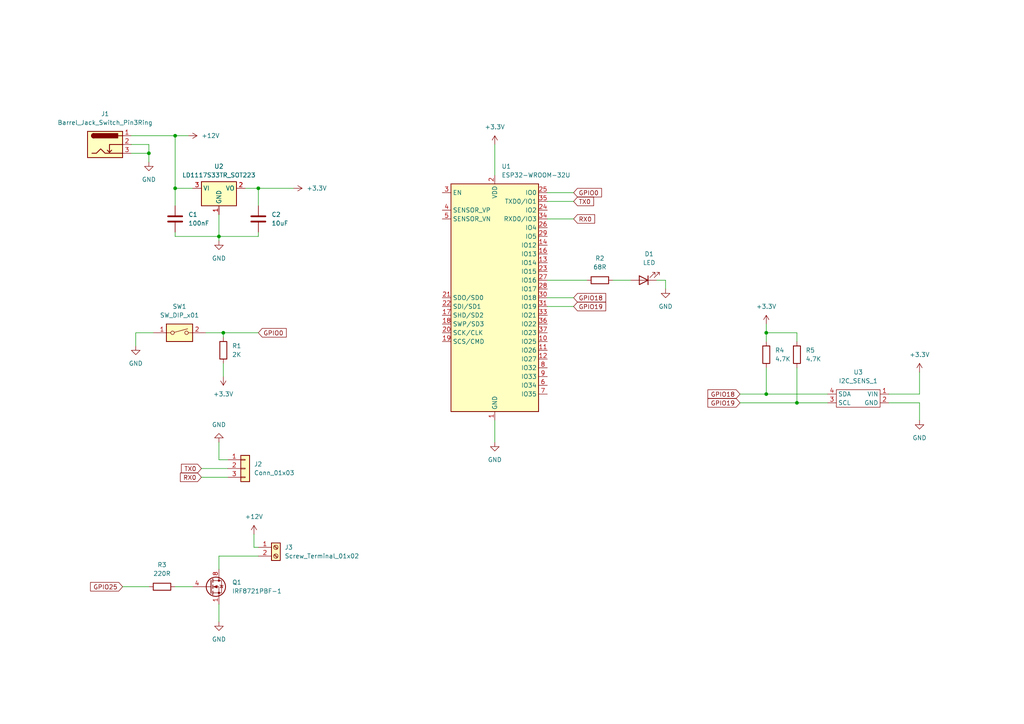
<source format=kicad_sch>
(kicad_sch (version 20230121) (generator eeschema)
  (paper "A4")
  (title_block (title "ESP32 Basic LED Light Controller") (date "2023-08-30") (rev "v01 Rev1.0") (comment 3 "License: N/A") (comment 4 "Author: Brian Ramirez"))
  (lib_symbols
    (symbol "Connector:Barrel_Jack_Switch_Pin3Ring" (pin_names hide)
      (property "Reference" "J" (at 0 5.334 0))
      (property "Value" "Barrel_Jack_Switch_Pin3Ring" (at 0 -5.08 0))
      (symbol "Barrel_Jack_Switch_Pin3Ring_0_1"
        (rectangle (start -5.08 3.81) (end 5.08 -3.81) (stroke (width 0.254)) (fill (type background)))
        (arc (start -3.302 3.175) (mid -3.9343 2.54) (end -3.302 1.905) (stroke (width 0.254)))
        (arc (start -3.302 3.175) (mid -3.9343 2.54) (end -3.302 1.905) (stroke (width 0.254)) (fill (type outline)))
        (polyline (pts (xy 1.27 -2.286) (xy 1.905 -1.651)) (stroke (width 0.254)))
        (polyline (pts (xy 5.08 2.54) (xy 3.81 2.54)) (stroke (width 0.254)))
        (polyline (pts (xy 5.08 0) (xy 1.27 0) (xy 1.27 -2.286) (xy 0.635 -1.651)) (stroke (width 0.254)))
        (polyline (pts (xy -3.81 -2.54) (xy -2.54 -2.54) (xy -1.27 -1.27) (xy 0 -2.54) (xy 2.54 -2.54) (xy 5.08 -2.54)) (stroke (width 0.254)))
        (rectangle (start 3.683 3.175) (end -3.302 1.905) (stroke (width 0.254)) (fill (type outline)))
      )
      (symbol "Barrel_Jack_Switch_Pin3Ring_1_1"
        (pin passive line (at 7.62 2.54 180) (length 2.54) (name "~") (number "1"))
        (pin passive line (at 7.62 0 180) (length 2.54) (name "~") (number "2"))
        (pin passive line (at 7.62 -2.54 180) (length 2.54) (name "~") (number "3"))
      )
    )
    (symbol "Connector:Screw_Terminal_01x02" (pin_names (offset 1.016) hide)
      (property "Reference" "J" (at 0 2.54 0))
      (property "Value" "Screw_Terminal_01x02" (at 0 -5.08 0))
      (symbol "Screw_Terminal_01x02_1_1"
        (rectangle (start -1.27 1.27) (end 1.27 -3.81) (stroke (width 0.254)) (fill (type background)))
        (circle (center 0 -2.54) (radius 0.635) (stroke (width 0.1524)))
        (polyline (pts (xy -0.5334 -2.2098) (xy 0.3302 -3.048)) (stroke (width 0.1524)))
        (polyline (pts (xy -0.5334 0.3302) (xy 0.3302 -0.508)) (stroke (width 0.1524)))
        (polyline (pts (xy -0.3556 -2.032) (xy 0.508 -2.8702)) (stroke (width 0.1524)))
        (polyline (pts (xy -0.3556 0.508) (xy 0.508 -0.3302)) (stroke (width 0.1524)))
        (circle (center 0 0) (radius 0.635) (stroke (width 0.1524)))
        (pin passive line (at -5.08 0 0) (length 3.81) (name "Pin_1") (number "1"))
        (pin passive line (at -5.08 -2.54 0) (length 3.81) (name "Pin_2") (number "2"))
      )
    )
    (symbol "Connector_Generic:Conn_01x03" (pin_names (offset 1.016) hide)
      (property "Reference" "J" (at 0 5.08 0))
      (property "Value" "Conn_01x03" (at 0 -5.08 0))
      (symbol "Conn_01x03_1_1"
        (rectangle (start -1.27 -2.413) (end 0 -2.667) (stroke (width 0.1524)))
        (rectangle (start -1.27 0.127) (end 0 -0.127) (stroke (width 0.1524)))
        (rectangle (start -1.27 2.667) (end 0 2.413) (stroke (width 0.1524)))
        (rectangle (start -1.27 3.81) (end 1.27 -3.81) (stroke (width 0.254)) (fill (type background)))
        (pin passive line (at -5.08 2.54 0) (length 3.81) (name "Pin_1") (number "1"))
        (pin passive line (at -5.08 0 0) (length 3.81) (name "Pin_2") (number "2"))
        (pin passive line (at -5.08 -2.54 0) (length 3.81) (name "Pin_3") (number "3"))
      )
    )
    (symbol "Custom_I2C:I2C_SENS_1"
      (property "Reference" "U" (at -5.08 6.35 0))
      (property "Value" "I2C_SENS_1" (at 0 3.81 0))
      (symbol "I2C_SENS_1_0_1"
        (rectangle (start -6.35 2.54) (end 6.35 -2.54))
      )
      (symbol "I2C_SENS_1_1_1"
        (pin power_in line (at 8.89 1.27 180) (length 2.54) (name "VIN") (number "1"))
        (pin power_in line (at 8.89 -1.27 180) (length 2.54) (name "GND") (number "2"))
        (pin bidirectional line (at -8.89 -1.27 0) (length 2.54) (name "SCL") (number "3"))
        (pin bidirectional line (at -8.89 1.27 0) (length 2.54) (name "SDA") (number "4"))
      )
    )
    (symbol "Device:C" (pin_numbers hide) (pin_names (offset 0.254))
      (property "Reference" "C" (at 0.635 2.54 0))
      (property "Value" "C" (at 0.635 -2.54 0))
      (symbol "C_0_1"
        (polyline (pts (xy -2.032 -0.762) (xy 2.032 -0.762)) (stroke (width 0.508)))
        (polyline (pts (xy -2.032 0.762) (xy 2.032 0.762)) (stroke (width 0.508)))
      )
      (symbol "C_1_1"
        (pin passive line (at 0 3.81 270) (length 2.794) (name "~") (number "1"))
        (pin passive line (at 0 -3.81 90) (length 2.794) (name "~") (number "2"))
      )
    )
    (symbol "Device:LED" (pin_numbers hide) (pin_names (offset 1.016) hide)
      (property "Reference" "D" (at 0 2.54 0))
      (property "Value" "LED" (at 0 -2.54 0))
      (symbol "LED_0_1"
        (polyline (pts (xy -1.27 -1.27) (xy -1.27 1.27)) (stroke (width 0.254)))
        (polyline (pts (xy -1.27 0) (xy 1.27 0)))
        (polyline (pts (xy 1.27 -1.27) (xy 1.27 1.27) (xy -1.27 0) (xy 1.27 -1.27)) (stroke (width 0.254)))
        (polyline (pts (xy -3.048 -0.762) (xy -4.572 -2.286) (xy -3.81 -2.286) (xy -4.572 -2.286) (xy -4.572 -1.524)))
        (polyline (pts (xy -1.778 -0.762) (xy -3.302 -2.286) (xy -2.54 -2.286) (xy -3.302 -2.286) (xy -3.302 -1.524)))
      )
      (symbol "LED_1_1"
        (pin passive line (at -3.81 0 0) (length 2.54) (name "K") (number "1"))
        (pin passive line (at 3.81 0 180) (length 2.54) (name "A") (number "2"))
      )
    )
    (symbol "Device:R" (pin_numbers hide) (pin_names (offset 0))
      (property "Reference" "R" (at 2.032 0 90))
      (property "Value" "R" (at 0 0 90))
      (symbol "R_0_1"
        (rectangle (start -1.016 -2.54) (end 1.016 2.54) (stroke (width 0.254)))
      )
      (symbol "R_1_1"
        (pin passive line (at 0 3.81 270) (length 1.27) (name "~") (number "1"))
        (pin passive line (at 0 -3.81 90) (length 1.27) (name "~") (number "2"))
      )
    )
    (symbol "RF_Module:ESP32-WROOM-32U"
      (property "Reference" "U" (at -12.7 34.29 0))
      (property "Value" "ESP32-WROOM-32U" (at 1.27 34.29 0))
      (symbol "ESP32-WROOM-32U_0_1"
        (rectangle (start -12.7 33.02) (end 12.7 -33.02) (stroke (width 0.254)) (fill (type background)))
      )
      (symbol "ESP32-WROOM-32U_1_1"
        (pin power_in line (at 0 -35.56 90) (length 2.54) (name "GND") (number "1"))
        (pin bidirectional line (at 15.24 -12.7 180) (length 2.54) (name "IO25") (number "10"))
        (pin bidirectional line (at 15.24 -15.24 180) (length 2.54) (name "IO26") (number "11"))
        (pin bidirectional line (at 15.24 -17.78 180) (length 2.54) (name "IO27") (number "12"))
        (pin bidirectional line (at 15.24 10.16 180) (length 2.54) (name "IO14") (number "13"))
        (pin bidirectional line (at 15.24 15.24 180) (length 2.54) (name "IO12") (number "14"))
        (pin passive line (at 0 -35.56 90) (length 2.54) hide (name "GND") (number "15"))
        (pin bidirectional line (at 15.24 12.7 180) (length 2.54) (name "IO13") (number "16"))
        (pin bidirectional line (at -15.24 -5.08 0) (length 2.54) (name "SHD/SD2") (number "17"))
        (pin bidirectional line (at -15.24 -7.62 0) (length 2.54) (name "SWP/SD3") (number "18"))
        (pin bidirectional line (at -15.24 -12.7 0) (length 2.54) (name "SCS/CMD") (number "19"))
        (pin power_in line (at 0 35.56 270) (length 2.54) (name "VDD") (number "2"))
        (pin bidirectional line (at -15.24 -10.16 0) (length 2.54) (name "SCK/CLK") (number "20"))
        (pin bidirectional line (at -15.24 0 0) (length 2.54) (name "SDO/SD0") (number "21"))
        (pin bidirectional line (at -15.24 -2.54 0) (length 2.54) (name "SDI/SD1") (number "22"))
        (pin bidirectional line (at 15.24 7.62 180) (length 2.54) (name "IO15") (number "23"))
        (pin bidirectional line (at 15.24 25.4 180) (length 2.54) (name "IO2") (number "24"))
        (pin bidirectional line (at 15.24 30.48 180) (length 2.54) (name "IO0") (number "25"))
        (pin bidirectional line (at 15.24 20.32 180) (length 2.54) (name "IO4") (number "26"))
        (pin bidirectional line (at 15.24 5.08 180) (length 2.54) (name "IO16") (number "27"))
        (pin bidirectional line (at 15.24 2.54 180) (length 2.54) (name "IO17") (number "28"))
        (pin bidirectional line (at 15.24 17.78 180) (length 2.54) (name "IO5") (number "29"))
        (pin input line (at -15.24 30.48 0) (length 2.54) (name "EN") (number "3"))
        (pin bidirectional line (at 15.24 0 180) (length 2.54) (name "IO18") (number "30"))
        (pin bidirectional line (at 15.24 -2.54 180) (length 2.54) (name "IO19") (number "31"))
        (pin no_connect line (at -12.7 -27.94 0) (length 2.54) hide (name "NC") (number "32"))
        (pin bidirectional line (at 15.24 -5.08 180) (length 2.54) (name "IO21") (number "33"))
        (pin bidirectional line (at 15.24 22.86 180) (length 2.54) (name "RXD0/IO3") (number "34"))
        (pin bidirectional line (at 15.24 27.94 180) (length 2.54) (name "TXD0/IO1") (number "35"))
        (pin bidirectional line (at 15.24 -7.62 180) (length 2.54) (name "IO22") (number "36"))
        (pin bidirectional line (at 15.24 -10.16 180) (length 2.54) (name "IO23") (number "37"))
        (pin passive line (at 0 -35.56 90) (length 2.54) hide (name "GND") (number "38"))
        (pin passive line (at 0 -35.56 90) (length 2.54) hide (name "GND") (number "39"))
        (pin input line (at -15.24 25.4 0) (length 2.54) (name "SENSOR_VP") (number "4"))
        (pin input line (at -15.24 22.86 0) (length 2.54) (name "SENSOR_VN") (number "5"))
        (pin input line (at 15.24 -25.4 180) (length 2.54) (name "IO34") (number "6"))
        (pin input line (at 15.24 -27.94 180) (length 2.54) (name "IO35") (number "7"))
        (pin bidirectional line (at 15.24 -20.32 180) (length 2.54) (name "IO32") (number "8"))
        (pin bidirectional line (at 15.24 -22.86 180) (length 2.54) (name "IO33") (number "9"))
      )
    )
    (symbol "Regulator_Linear:LD1117S33TR_SOT223"
      (property "Reference" "U" (at -3.81 3.175 0))
      (property "Value" "LD1117S33TR_SOT223" (at 0 3.175 0))
      (symbol "LD1117S33TR_SOT223_0_1"
        (rectangle (start -5.08 -5.08) (end 5.08 1.905) (stroke (width 0.254)) (fill (type background)))
      )
      (symbol "LD1117S33TR_SOT223_1_1"
        (pin power_in line (at 0 -7.62 90) (length 2.54) (name "GND") (number "1"))
        (pin power_out line (at 7.62 0 180) (length 2.54) (name "VO") (number "2"))
        (pin power_in line (at -7.62 0 0) (length 2.54) (name "VI") (number "3"))
      )
    )
    (symbol "Switch:SW_DIP_x01" (pin_names (offset 0) hide)
      (property "Reference" "SW" (at 0 3.81 0))
      (property "Value" "SW_DIP_x01" (at 0 -3.81 0))
      (symbol "SW_DIP_x01_0_0"
        (circle (center -2.032 0) (radius 0.508))
        (polyline (pts (xy -1.524 0.127) (xy 2.3622 1.1684)))
        (circle (center 2.032 0) (radius 0.508))
      )
      (symbol "SW_DIP_x01_0_1"
        (rectangle (start -3.81 2.54) (end 3.81 -2.54) (stroke (width 0.254)) (fill (type background)))
      )
      (symbol "SW_DIP_x01_1_1"
        (pin passive line (at -7.62 0 0) (length 5.08) (name "~") (number "1"))
        (pin passive line (at 7.62 0 180) (length 5.08) (name "~") (number "2"))
      )
    )
    (symbol "Transistor_FET:IRF8721PBF-1" (pin_names hide)
      (property "Reference" "Q" (at 5.08 2.54 0))
      (property "Value" "IRF8721PBF-1" (at 5.08 0 0))
      (symbol "IRF8721PBF-1_0_1"
        (polyline (pts (xy 0.254 0) (xy -2.54 0)))
        (polyline (pts (xy 0.254 1.905) (xy 0.254 -1.905)) (stroke (width 0.254)))
        (polyline (pts (xy 0.762 -1.27) (xy 0.762 -2.286)) (stroke (width 0.254)))
        (polyline (pts (xy 0.762 0.508) (xy 0.762 -0.508)) (stroke (width 0.254)))
        (polyline (pts (xy 0.762 2.286) (xy 0.762 1.27)) (stroke (width 0.254)))
        (polyline (pts (xy 2.54 2.54) (xy 2.54 1.778)))
        (polyline (pts (xy 2.54 -2.54) (xy 2.54 0) (xy 0.762 0)))
        (polyline (pts (xy 0.762 -1.778) (xy 3.302 -1.778) (xy 3.302 1.778) (xy 0.762 1.778)))
        (polyline (pts (xy 1.016 0) (xy 2.032 0.381) (xy 2.032 -0.381) (xy 1.016 0)) (fill (type outline)))
        (polyline (pts (xy 2.794 0.508) (xy 2.921 0.381) (xy 3.683 0.381) (xy 3.81 0.254)))
        (polyline (pts (xy 3.302 0.381) (xy 2.921 -0.254) (xy 3.683 -0.254) (xy 3.302 0.381)))
        (circle (center 1.651 0) (radius 2.794) (stroke (width 0.254)))
        (circle (center 2.54 -1.778) (radius 0.254) (fill (type outline)))
        (circle (center 2.54 1.778) (radius 0.254) (fill (type outline)))
      )
      (symbol "IRF8721PBF-1_1_1"
        (pin passive line (at 2.54 -5.08 90) (length 2.54) (name "S") (number "1"))
        (pin passive line (at 2.54 -5.08 90) (length 2.54) hide (name "S") (number "2"))
        (pin passive line (at 2.54 -5.08 90) (length 2.54) hide (name "S") (number "3"))
        (pin input line (at -5.08 0 0) (length 2.54) (name "G") (number "4"))
        (pin passive line (at 2.54 5.08 270) (length 2.54) hide (name "D") (number "5"))
        (pin passive line (at 2.54 5.08 270) (length 2.54) hide (name "D") (number "6"))
        (pin passive line (at 2.54 5.08 270) (length 2.54) hide (name "D") (number "7"))
        (pin passive line (at 2.54 5.08 270) (length 2.54) (name "D") (number "8"))
      )
    )
    (symbol "power:+12V" (power) (pin_names (offset 0))
      (property "Value" "+12V" (at 0 3.556 0))
      (symbol "+12V_0_1"
        (polyline (pts (xy -0.762 1.27) (xy 0 2.54)))
        (polyline (pts (xy 0 0) (xy 0 2.54)))
        (polyline (pts (xy 0 2.54) (xy 0.762 1.27)))
      )
      (symbol "+12V_1_1"
        (pin power_in line (at 0 0 90) (length 0) hide (name "+12V") (number "1"))
      )
    )
    (symbol "power:+3.3V" (power) (pin_names (offset 0))
      (property "Value" "+3.3V" (at 0 3.556 0))
      (symbol "+3.3V_0_1"
        (polyline (pts (xy -0.762 1.27) (xy 0 2.54)))
        (polyline (pts (xy 0 0) (xy 0 2.54)))
        (polyline (pts (xy 0 2.54) (xy 0.762 1.27)))
      )
      (symbol "+3.3V_1_1"
        (pin power_in line (at 0 0 90) (length 0) hide (name "+3.3V") (number "1"))
      )
    )
    (symbol "power:GND" (power) (pin_names (offset 0))
      (property "Value" "GND" (at 0 -3.81 0))
      (symbol "GND_0_1"
        (polyline (pts (xy 0 0) (xy 0 -1.27) (xy 1.27 -1.27) (xy 0 -2.54) (xy -1.27 -1.27) (xy 0 -1.27)))
      )
      (symbol "GND_1_1"
        (pin power_in line (at 0 0 270) (length 0) hide (name "GND") (number "1"))
      )
    )
  )
  (junction (at 222.25 114.3))
  (junction (at 43.18 44.45))
  (junction (at 231.14 116.84))
  (junction (at 50.8 54.61))
  (junction (at 74.93 54.61))
  (junction (at 222.25 96.52))
  (junction (at 63.5 68.58))
  (junction (at 64.77 96.52))
  (junction (at 50.8 39.37))
  (wire (pts (xy 59.69 96.52) (xy 64.77 96.52)))
  (wire (pts (xy 63.5 161.29) (xy 74.93 161.29)))
  (wire (pts (xy 64.77 105.41) (xy 64.77 109.22)))
  (wire (pts (xy 214.63 114.3) (xy 222.25 114.3)))
  (wire (pts (xy 73.66 158.75) (xy 73.66 154.94)))
  (wire (pts (xy 74.93 68.58) (xy 63.5 68.58)))
  (wire (pts (xy 222.25 106.68) (xy 222.25 114.3)))
  (wire (pts (xy 35.56 170.18) (xy 43.18 170.18)))
  (wire (pts (xy 222.25 114.3) (xy 240.03 114.3)))
  (wire (pts (xy 63.5 165.1) (xy 63.5 161.29)))
  (wire (pts (xy 50.8 67.31) (xy 50.8 68.58)))
  (wire (pts (xy 231.14 116.84) (xy 240.03 116.84)))
  (wire (pts (xy 143.51 41.91) (xy 143.51 50.8)))
  (wire (pts (xy 177.8 81.28) (xy 182.88 81.28)))
  (wire (pts (xy 39.37 100.33) (xy 39.37 96.52)))
  (wire (pts (xy 63.5 175.26) (xy 63.5 180.34)))
  (wire (pts (xy 63.5 68.58) (xy 63.5 69.85)))
  (wire (pts (xy 231.14 96.52) (xy 222.25 96.52)))
  (wire (pts (xy 74.93 158.75) (xy 73.66 158.75)))
  (wire (pts (xy 63.5 128.27) (xy 63.5 133.35)))
  (wire (pts (xy 50.8 54.61) (xy 55.88 54.61)))
  (wire (pts (xy 50.8 59.69) (xy 50.8 54.61)))
  (wire (pts (xy 71.12 54.61) (xy 74.93 54.61)))
  (wire (pts (xy 63.5 62.23) (xy 63.5 68.58)))
  (wire (pts (xy 43.18 44.45) (xy 43.18 46.99)))
  (wire (pts (xy 266.7 114.3) (xy 266.7 107.95)))
  (wire (pts (xy 50.8 170.18) (xy 55.88 170.18)))
  (wire (pts (xy 50.8 68.58) (xy 63.5 68.58)))
  (wire (pts (xy 74.93 67.31) (xy 74.93 68.58)))
  (wire (pts (xy 222.25 93.98) (xy 222.25 96.52)))
  (wire (pts (xy 64.77 96.52) (xy 74.93 96.52)))
  (wire (pts (xy 58.42 135.89) (xy 66.04 135.89)))
  (wire (pts (xy 257.81 116.84) (xy 266.7 116.84)))
  (wire (pts (xy 74.93 54.61) (xy 74.93 59.69)))
  (wire (pts (xy 231.14 106.68) (xy 231.14 116.84)))
  (wire (pts (xy 222.25 96.52) (xy 222.25 99.06)))
  (wire (pts (xy 43.18 41.91) (xy 43.18 44.45)))
  (wire (pts (xy 158.75 58.42) (xy 166.37 58.42)))
  (wire (pts (xy 158.75 63.5) (xy 166.37 63.5)))
  (wire (pts (xy 58.42 138.43) (xy 66.04 138.43)))
  (wire (pts (xy 214.63 116.84) (xy 231.14 116.84)))
  (wire (pts (xy 39.37 96.52) (xy 44.45 96.52)))
  (wire (pts (xy 38.1 44.45) (xy 43.18 44.45)))
  (wire (pts (xy 63.5 133.35) (xy 66.04 133.35)))
  (wire (pts (xy 158.75 81.28) (xy 170.18 81.28)))
  (wire (pts (xy 158.75 88.9) (xy 166.37 88.9)))
  (wire (pts (xy 143.51 121.92) (xy 143.51 128.27)))
  (wire (pts (xy 266.7 116.84) (xy 266.7 121.92)))
  (wire (pts (xy 38.1 39.37) (xy 50.8 39.37)))
  (wire (pts (xy 231.14 99.06) (xy 231.14 96.52)))
  (wire (pts (xy 50.8 39.37) (xy 54.61 39.37)))
  (wire (pts (xy 38.1 41.91) (xy 43.18 41.91)))
  (wire (pts (xy 257.81 114.3) (xy 266.7 114.3)))
  (wire (pts (xy 193.04 81.28) (xy 193.04 83.82)))
  (wire (pts (xy 74.93 54.61) (xy 85.09 54.61)))
  (wire (pts (xy 50.8 39.37) (xy 50.8 54.61)))
  (wire (pts (xy 158.75 55.88) (xy 166.37 55.88)))
  (wire (pts (xy 64.77 96.52) (xy 64.77 97.79)))
  (wire (pts (xy 158.75 86.36) (xy 166.37 86.36)))
  (wire (pts (xy 190.5 81.28) (xy 193.04 81.28)))
  (global_label "GPIO0" (shape input) (at 74.93 96.52 0) (property "Intersheetrefs" "${INTERSHEET_REFS}" (effects hide)))
  (global_label "RX0" (shape input) (at 166.37 63.5 0) (property "Intersheetrefs" "${INTERSHEET_REFS}" (effects hide)))
  (global_label "RX0" (shape input) (at 58.42 138.43 180) (property "Intersheetrefs" "${INTERSHEET_REFS}" (effects hide)))
  (global_label "GPIO19" (shape input) (at 166.37 88.9 0) (property "Intersheetrefs" "${INTERSHEET_REFS}" (effects hide)))
  (global_label "GPIO18" (shape input) (at 214.63 114.3 180) (property "Intersheetrefs" "${INTERSHEET_REFS}" (effects hide)))
  (global_label "GPIO25" (shape input) (at 35.56 170.18 180) (property "Intersheetrefs" "${INTERSHEET_REFS}" (effects hide)))
  (global_label "GPIO18" (shape input) (at 166.37 86.36 0) (property "Intersheetrefs" "${INTERSHEET_REFS}" (effects hide)))
  (global_label "GPIO19" (shape input) (at 214.63 116.84 180) (property "Intersheetrefs" "${INTERSHEET_REFS}" (effects hide)))
  (global_label "TX0" (shape input) (at 166.37 58.42 0) (property "Intersheetrefs" "${INTERSHEET_REFS}" (effects hide)))
  (global_label "GPIO0" (shape input) (at 166.37 55.88 0) (property "Intersheetrefs" "${INTERSHEET_REFS}" (effects hide)))
  (global_label "TX0" (shape input) (at 58.42 135.89 180) (property "Intersheetrefs" "${INTERSHEET_REFS}" (effects hide)))
  (symbol (lib_id "Device:R") (at 46.99 170.18 90) (unit 1)
    (property "Reference" "R3" (at 46.99 163.83 90))
    (property "Value" "220R" (at 46.99 166.37 90))
    (property "Footprint" "Resistor_SMD:R_0603_1608Metric_Pad0.98x0.95mm_HandSolder" (effects hide))
  )
  (symbol (lib_id "Transistor_FET:IRF8721PBF-1") (at 60.96 170.18 0) (unit 1)
    (property "Reference" "Q1" (at 67.31 168.91 0) (effects (justify left)))
    (property "Value" "IRF8721PBF-1" (at 67.31 171.45 0) (effects (justify left)))
    (property "Footprint" "Package_SO:SOIC-8_3.9x4.9mm_P1.27mm" (effects hide))
    (property "Datasheet" "http://www.irf.com/product-info/datasheets/data/irf8721pbf-1.pdf" (effects hide))
  )
  (symbol (lib_id "power:GND") (at 63.5 180.34 0) (unit 1)
    (property "Reference" "#PWR011" (effects hide))
    (property "Value" "GND" (at 63.5 185.42 0))
  )
  (symbol (lib_id "power:GND") (at 39.37 100.33 0) (unit 1)
    (property "Reference" "#PWR05" (effects hide))
    (property "Value" "GND" (at 39.37 105.41 0))
  )
  (symbol (lib_id "power:+3.3V") (at 85.09 54.61 270) (unit 1)
    (property "Reference" "#PWR04" (effects hide))
    (property "Value" "+3.3V" (at 88.9 54.61 90) (effects (justify left)))
  )
  (symbol (lib_id "power:+3.3V") (at 222.25 93.98 0) (unit 1)
    (property "Reference" "#PWR013" (effects hide))
    (property "Value" "+3.3V" (at 222.25 88.9 0))
  )
  (symbol (lib_id "power:+12V") (at 73.66 154.94 0) (unit 1)
    (property "Reference" "#PWR012" (effects hide))
    (property "Value" "+12V" (at 73.66 149.86 0))
  )
  (symbol (lib_id "Custom_I2C:I2C_SENS_1") (at 248.92 115.57 0) (unit 1)
    (property "Reference" "U3" (at 248.92 107.95 0))
    (property "Value" "I2C_SENS_1" (at 248.92 110.49 0))
    (property "Footprint" "Connector_PinSocket_1.27mm:PinSocket_1x04_P1.27mm_Vertical" (effects hide))
  )
  (symbol (lib_id "Device:R") (at 231.14 102.87 0) (unit 1)
    (property "Reference" "R5" (at 233.68 101.6 0) (effects (justify left)))
    (property "Value" "4.7K" (at 233.68 104.14 0) (effects (justify left)))
    (property "Footprint" "Resistor_SMD:R_0603_1608Metric_Pad0.98x0.95mm_HandSolder" (effects hide))
  )
  (symbol (lib_id "power:GND") (at 63.5 69.85 0) (unit 1)
    (property "Reference" "#PWR03" (effects hide))
    (property "Value" "GND" (at 63.5 74.93 0))
  )
  (symbol (lib_id "power:GND") (at 266.7 121.92 0) (unit 1)
    (property "Reference" "#PWR015" (effects hide))
    (property "Value" "GND" (at 266.7 127 0))
  )
  (symbol (lib_id "RF_Module:ESP32-WROOM-32U") (at 143.51 86.36 0) (unit 1)
    (property "Reference" "U1" (at 145.4659 48.26 0) (effects (justify left)))
    (property "Value" "ESP32-WROOM-32U" (at 145.4659 50.8 0) (effects (justify left)))
    (property "Footprint" "RF_Module:ESP32-WROOM-32U" (effects hide))
    (property "Datasheet" "https://www.espressif.com/sites/default/files/documentation/esp32-wroom-32d_esp32-wroom-32u_datasheet_en.pdf" (effects hide))
  )
  (symbol (lib_id "Connector:Barrel_Jack_Switch_Pin3Ring") (at 30.48 41.91 0) (unit 1)
    (property "Reference" "J1" (at 30.48 33.02 0))
    (property "Value" "Barrel_Jack_Switch_Pin3Ring" (at 30.48 35.56 0))
    (property "Footprint" "Connector_BarrelJack:BarrelJack_Horizontal" (effects hide))
  )
  (symbol (lib_id "power:GND") (at 143.51 128.27 0) (unit 1)
    (property "Reference" "#PWR08" (effects hide))
    (property "Value" "GND" (at 143.51 133.35 0))
  )
  (symbol (lib_id "power:GND") (at 63.5 128.27 180) (unit 1)
    (property "Reference" "#PWR010" (effects hide))
    (property "Value" "GND" (at 63.5 123.19 0))
  )
  (symbol (lib_id "power:+3.3V") (at 266.7 107.95 0) (unit 1)
    (property "Reference" "#PWR014" (effects hide))
    (property "Value" "+3.3V" (at 266.7 102.87 0))
  )
  (symbol (lib_id "Device:C") (at 50.8 63.5 0) (unit 1)
    (property "Reference" "C1" (at 54.61 62.23 0) (effects (justify left)))
    (property "Value" "100nF" (at 54.61 64.77 0) (effects (justify left)))
    (property "Footprint" "Capacitor_SMD:C_0603_1608Metric_Pad1.08x0.95mm_HandSolder" (effects hide))
  )
  (symbol (lib_id "Device:LED") (at 186.69 81.28 180) (unit 1)
    (property "Reference" "D1" (at 188.2775 73.66 0))
    (property "Value" "LED" (at 188.2775 76.2 0))
    (property "Footprint" "LED_SMD:LED_1206_3216Metric_Pad1.42x1.75mm_HandSolder" (effects hide))
  )
  (symbol (lib_id "Connector:Screw_Terminal_01x02") (at 80.01 158.75 0) (unit 1)
    (property "Reference" "J3" (at 82.55 158.75 0) (effects (justify left)))
    (property "Value" "Screw_Terminal_01x02" (at 82.55 161.29 0) (effects (justify left)))
    (property "Footprint" "TerminalBlock_Phoenix:TerminalBlock_Phoenix_MKDS-1,5-2-5.08_1x02_P5.08mm_Horizontal" (effects hide))
  )
  (symbol (lib_id "Connector_Generic:Conn_01x03") (at 71.12 135.89 0) (unit 1)
    (property "Reference" "J2" (at 73.66 134.62 0) (effects (justify left)))
    (property "Value" "Conn_01x03" (at 73.66 137.16 0) (effects (justify left)))
    (property "Footprint" "Connector_PinHeader_1.27mm:PinHeader_1x03_P1.27mm_Vertical" (effects hide))
  )
  (symbol (lib_id "power:+12V") (at 54.61 39.37 270) (unit 1)
    (property "Reference" "#PWR01" (effects hide))
    (property "Value" "+12V" (at 58.42 39.37 90) (effects (justify left)))
  )
  (symbol (lib_id "power:GND") (at 43.18 46.99 0) (unit 1)
    (property "Reference" "#PWR02" (effects hide))
    (property "Value" "GND" (at 43.18 52.07 0))
  )
  (symbol (lib_id "power:+3.3V") (at 143.51 41.91 0) (unit 1)
    (property "Reference" "#PWR07" (effects hide))
    (property "Value" "+3.3V" (at 143.51 36.83 0))
  )
  (symbol (lib_id "Device:R") (at 64.77 101.6 180) (unit 1)
    (property "Reference" "R1" (at 67.31 100.33 0) (effects (justify right)))
    (property "Value" "2K" (at 67.31 102.87 0) (effects (justify right)))
    (property "Footprint" "Resistor_SMD:R_0201_0603Metric_Pad0.64x0.40mm_HandSolder" (effects hide))
  )
  (symbol (lib_id "Device:R") (at 173.99 81.28 90) (unit 1)
    (property "Reference" "R2" (at 173.99 74.93 90))
    (property "Value" "68R" (at 173.99 77.47 90))
    (property "Footprint" "Resistor_SMD:R_0603_1608Metric_Pad0.98x0.95mm_HandSolder" (effects hide))
  )
  (symbol (lib_id "Device:R") (at 222.25 102.87 0) (unit 1)
    (property "Reference" "R4" (at 224.79 101.6 0) (effects (justify left)))
    (property "Value" "4.7K" (at 224.79 104.14 0) (effects (justify left)))
    (property "Footprint" "Resistor_SMD:R_0603_1608Metric_Pad0.98x0.95mm_HandSolder" (effects hide))
  )
  (symbol (lib_id "power:GND") (at 193.04 83.82 0) (unit 1)
    (property "Reference" "#PWR09" (effects hide))
    (property "Value" "GND" (at 193.04 88.9 0))
  )
  (symbol (lib_id "power:+3.3V") (at 64.77 109.22 180) (unit 1)
    (property "Reference" "#PWR06" (effects hide))
    (property "Value" "+3.3V" (at 64.77 114.3 0))
  )
  (symbol (lib_id "Device:C") (at 74.93 63.5 0) (unit 1)
    (property "Reference" "C2" (at 78.74 62.23 0) (effects (justify left)))
    (property "Value" "10uF" (at 78.74 64.77 0) (effects (justify left)))
    (property "Footprint" "Capacitor_SMD:C_0805_2012Metric_Pad1.18x1.45mm_HandSolder" (effects hide))
  )
  (symbol (lib_id "Switch:SW_DIP_x01") (at 52.07 96.52 0) (unit 1)
    (property "Reference" "SW1" (at 52.07 88.9 0))
    (property "Value" "SW_DIP_x01" (at 52.07 91.44 0))
    (property "Footprint" "Button_Switch_SMD:SW_Push_1P1T_NO_6x6mm_H9.5mm" (effects hide))
  )
  (symbol (lib_id "Regulator_Linear:LD1117S33TR_SOT223") (at 63.5 54.61 0) (unit 1)
    (property "Reference" "U2" (at 63.5 48.26 0))
    (property "Value" "LD1117S33TR_SOT223" (at 63.5 50.8 0))
    (property "Footprint" "Package_TO_SOT_SMD:SOT-223-3_TabPin2" (effects hide))
    (property "Datasheet" "http://www.st.com/st-web-ui/static/active/en/resource/technical/document/datasheet/CD00000544.pdf" (effects hide))
  )
)
</source>
